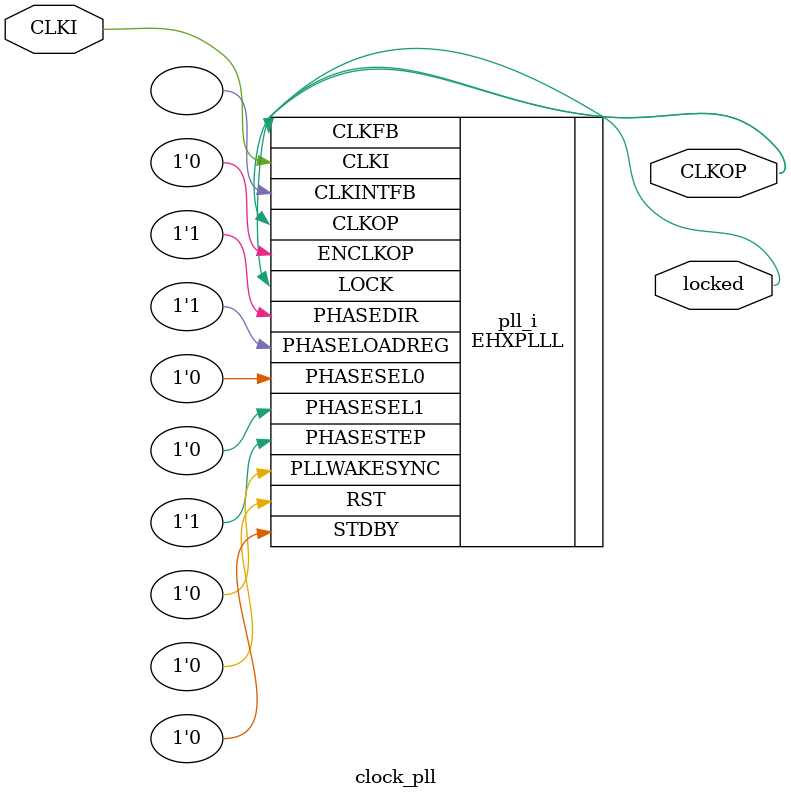
<source format=v>
module clock_pll
(
    input CLKI, // 8 MHz, 0 deg
    output CLKOP, // 48 MHz, 0 deg
    output locked
);
(* FREQUENCY_PIN_CLKI="8" *)
(* FREQUENCY_PIN_CLKOP="48" *)
(* ICP_CURRENT="12" *) (* LPF_RESISTOR="8" *) (* MFG_ENABLE_FILTEROPAMP="1" *) (* MFG_GMCREF_SEL="2" *)
EHXPLLL #(
        .PLLRST_ENA("DISABLED"),
        .INTFB_WAKE("DISABLED"),
        .STDBY_ENABLE("DISABLED"),
        .DPHASE_SOURCE("DISABLED"),
        .OUTDIVIDER_MUXA("DIVA"),
        .OUTDIVIDER_MUXB("DIVB"),
        .OUTDIVIDER_MUXC("DIVC"),
        .OUTDIVIDER_MUXD("DIVD"),
        .CLKI_DIV(1),
        .CLKOP_ENABLE("ENABLED"),
        .CLKOP_DIV(12),
        .CLKOP_CPHASE(5),
        .CLKOP_FPHASE(0),
        .FEEDBK_PATH("CLKOP"),
        .CLKFB_DIV(6)
    ) pll_i (
        .RST(1'b0),
        .STDBY(1'b0),
        .CLKI(CLKI),
        .CLKOP(CLKOP),
        .CLKFB(CLKOP),
        .CLKINTFB(),
        .PHASESEL0(1'b0),
        .PHASESEL1(1'b0),
        .PHASEDIR(1'b1),
        .PHASESTEP(1'b1),
        .PHASELOADREG(1'b1),
        .PLLWAKESYNC(1'b0),
        .ENCLKOP(1'b0),
        .LOCK(locked)
	);
endmodule

</source>
